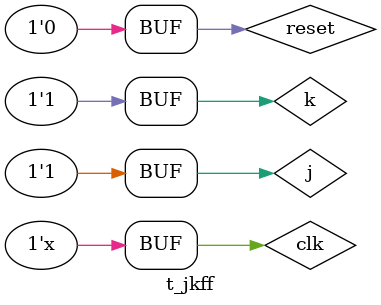
<source format=v>
module jkff(q,qn,clk,reset,j,k);
  
  output reg q,qn;
  input clk,reset,j,k;
  
  always @(negedge clk)
  begin
    if(reset==1'b1)
    begin
      q=1'b0;
      qn=1'b1;
    end
 else if(j==1'b0 & k==1'b0)
   begin
     q=q;
     qn=~q;
   end
   
 else if(j==1'b0 & k==1'b1)
   begin
     q=j;
     qn=~q;
   end
   
 else if(j==1'b1 & k==1'b0)
   begin
     q=j;
     qn=~q;
   end
   
 else if(j==1'b1 & k==1'b1)
   begin
     q=~q;
     qn=~q;
   end
 end
 endmodule
 
 
 //tst bnch
 
 module t_jkff();
 
 wire q,qn;
 reg clk,reset,j,k;
 
jkff a1(q,qn,clk,reset,j,k);

  always
  begin
    #10;
    clk=~clk;
  end
  
  initial
  begin
    clk=1'b0;
    reset=1'b0;
    #50;
    
    j=1'b0;
    k=1'b0;
    #50;
    
    j=1'b0;
    k=1'b1;
    #50;
    
    j=1'b1;
    k=1'b0;
    #50;
    
    j=1'b1;
    k=1'b1;
    #50;
  end
endmodule
</source>
